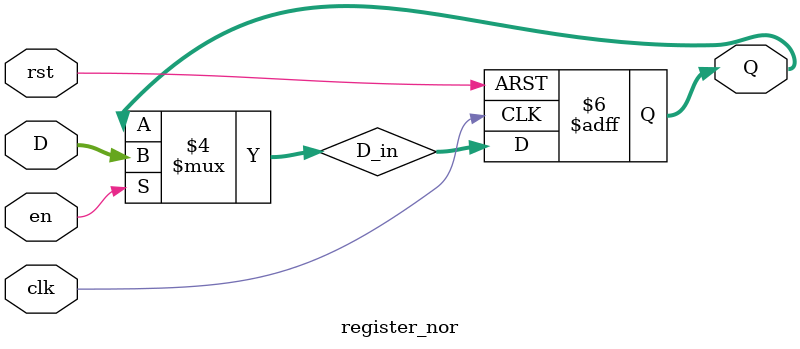
<source format=sv>
module register_nor #(parameter WIDTH = 32)
(
    input logic rst, 
    // input logic set,
    input logic en,  
    input logic clk,    
    input logic [WIDTH-1:0] D,
    output logic [WIDTH-1:0] Q
);

    logic [WIDTH-1:0] D_in;

    // Combinational logic to determine D_in
    always_comb begin
        if (en)
            D_in = D;
        else
            D_in = Q;
    end

    // Sequential logic to update Q on the rising edge of the clock
    always_ff @(posedge clk or posedge rst) begin
        if (rst)
            Q <= 0;
        else
            Q <= D_in;
    end

endmodule


</source>
